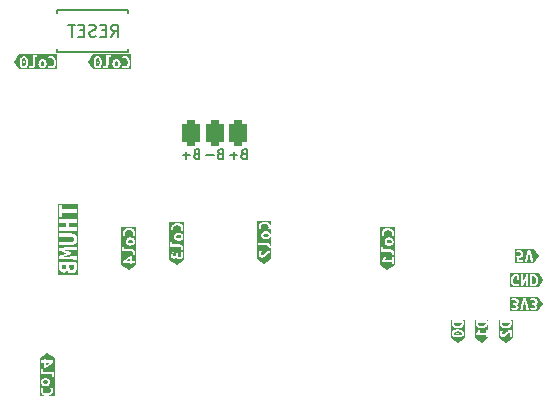
<source format=gbr>
%TF.GenerationSoftware,KiCad,Pcbnew,7.0.2*%
%TF.CreationDate,2024-09-11T13:33:12+02:00*%
%TF.ProjectId,mcu_holder,6d63755f-686f-46c6-9465-722e6b696361,rev?*%
%TF.SameCoordinates,Original*%
%TF.FileFunction,Legend,Bot*%
%TF.FilePolarity,Positive*%
%FSLAX46Y46*%
G04 Gerber Fmt 4.6, Leading zero omitted, Abs format (unit mm)*
G04 Created by KiCad (PCBNEW 7.0.2) date 2024-09-11 13:33:12*
%MOMM*%
%LPD*%
G01*
G04 APERTURE LIST*
G04 Aperture macros list*
%AMRoundRect*
0 Rectangle with rounded corners*
0 $1 Rounding radius*
0 $2 $3 $4 $5 $6 $7 $8 $9 X,Y pos of 4 corners*
0 Add a 4 corners polygon primitive as box body*
4,1,4,$2,$3,$4,$5,$6,$7,$8,$9,$2,$3,0*
0 Add four circle primitives for the rounded corners*
1,1,$1+$1,$2,$3*
1,1,$1+$1,$4,$5*
1,1,$1+$1,$6,$7*
1,1,$1+$1,$8,$9*
0 Add four rect primitives between the rounded corners*
20,1,$1+$1,$2,$3,$4,$5,0*
20,1,$1+$1,$4,$5,$6,$7,0*
20,1,$1+$1,$6,$7,$8,$9,0*
20,1,$1+$1,$8,$9,$2,$3,0*%
%AMFreePoly0*
4,1,6,0.500000,-0.750000,-0.650000,-0.750000,-0.150000,0.000000,-0.650000,0.750000,0.500000,0.750000,0.500000,-0.750000,0.500000,-0.750000,$1*%
%AMFreePoly1*
4,1,6,0.150000,0.000000,0.650000,-0.750000,-0.500000,-0.750000,-0.500000,0.750000,0.650000,0.750000,0.150000,0.000000,0.150000,0.000000,$1*%
%AMFreePoly2*
4,1,6,0.500000,-0.750000,-0.500000,-0.750000,-1.000000,0.000000,-0.500000,0.750000,0.500000,0.750000,0.500000,-0.750000,0.500000,-0.750000,$1*%
%AMFreePoly3*
4,1,6,1.000000,0.000000,0.500000,-0.750000,-0.500000,-0.750000,-0.500000,0.750000,0.500000,0.750000,1.000000,0.000000,1.000000,0.000000,$1*%
G04 Aperture macros list end*
%ADD10C,0.150000*%
%ADD11RoundRect,0.375000X-0.375000X-0.750000X0.375000X-0.750000X0.375000X0.750000X-0.375000X0.750000X0*%
%ADD12C,4.500000*%
%ADD13R,1.350000X1.350000*%
%ADD14O,1.350000X1.350000*%
%ADD15O,2.200000X3.500000*%
%ADD16R,1.500000X2.500000*%
%ADD17O,1.500000X2.500000*%
%ADD18C,2.000000*%
%ADD19FreePoly0,180.000000*%
%ADD20FreePoly1,180.000000*%
%ADD21FreePoly2,180.000000*%
%ADD22FreePoly3,180.000000*%
G04 APERTURE END LIST*
D10*
%TO.C,SW16*%
X103739381Y-39578619D02*
X104072714Y-39102428D01*
X104310809Y-39578619D02*
X104310809Y-38578619D01*
X104310809Y-38578619D02*
X103929857Y-38578619D01*
X103929857Y-38578619D02*
X103834619Y-38626238D01*
X103834619Y-38626238D02*
X103787000Y-38673857D01*
X103787000Y-38673857D02*
X103739381Y-38769095D01*
X103739381Y-38769095D02*
X103739381Y-38911952D01*
X103739381Y-38911952D02*
X103787000Y-39007190D01*
X103787000Y-39007190D02*
X103834619Y-39054809D01*
X103834619Y-39054809D02*
X103929857Y-39102428D01*
X103929857Y-39102428D02*
X104310809Y-39102428D01*
X103310809Y-39054809D02*
X102977476Y-39054809D01*
X102834619Y-39578619D02*
X103310809Y-39578619D01*
X103310809Y-39578619D02*
X103310809Y-38578619D01*
X103310809Y-38578619D02*
X102834619Y-38578619D01*
X102453666Y-39531000D02*
X102310809Y-39578619D01*
X102310809Y-39578619D02*
X102072714Y-39578619D01*
X102072714Y-39578619D02*
X101977476Y-39531000D01*
X101977476Y-39531000D02*
X101929857Y-39483380D01*
X101929857Y-39483380D02*
X101882238Y-39388142D01*
X101882238Y-39388142D02*
X101882238Y-39292904D01*
X101882238Y-39292904D02*
X101929857Y-39197666D01*
X101929857Y-39197666D02*
X101977476Y-39150047D01*
X101977476Y-39150047D02*
X102072714Y-39102428D01*
X102072714Y-39102428D02*
X102263190Y-39054809D01*
X102263190Y-39054809D02*
X102358428Y-39007190D01*
X102358428Y-39007190D02*
X102406047Y-38959571D01*
X102406047Y-38959571D02*
X102453666Y-38864333D01*
X102453666Y-38864333D02*
X102453666Y-38769095D01*
X102453666Y-38769095D02*
X102406047Y-38673857D01*
X102406047Y-38673857D02*
X102358428Y-38626238D01*
X102358428Y-38626238D02*
X102263190Y-38578619D01*
X102263190Y-38578619D02*
X102025095Y-38578619D01*
X102025095Y-38578619D02*
X101882238Y-38626238D01*
X101453666Y-39054809D02*
X101120333Y-39054809D01*
X100977476Y-39578619D02*
X101453666Y-39578619D01*
X101453666Y-39578619D02*
X101453666Y-38578619D01*
X101453666Y-38578619D02*
X100977476Y-38578619D01*
X100691761Y-38578619D02*
X100120333Y-38578619D01*
X100406047Y-39578619D02*
X100406047Y-38578619D01*
%TO.C,J7*%
X112960095Y-49503047D02*
X112845809Y-49541142D01*
X112845809Y-49541142D02*
X112807714Y-49579238D01*
X112807714Y-49579238D02*
X112769618Y-49655428D01*
X112769618Y-49655428D02*
X112769618Y-49769714D01*
X112769618Y-49769714D02*
X112807714Y-49845904D01*
X112807714Y-49845904D02*
X112845809Y-49884000D01*
X112845809Y-49884000D02*
X112921999Y-49922095D01*
X112921999Y-49922095D02*
X113226761Y-49922095D01*
X113226761Y-49922095D02*
X113226761Y-49122095D01*
X113226761Y-49122095D02*
X112960095Y-49122095D01*
X112960095Y-49122095D02*
X112883904Y-49160190D01*
X112883904Y-49160190D02*
X112845809Y-49198285D01*
X112845809Y-49198285D02*
X112807714Y-49274476D01*
X112807714Y-49274476D02*
X112807714Y-49350666D01*
X112807714Y-49350666D02*
X112845809Y-49426857D01*
X112845809Y-49426857D02*
X112883904Y-49464952D01*
X112883904Y-49464952D02*
X112960095Y-49503047D01*
X112960095Y-49503047D02*
X113226761Y-49503047D01*
X112426761Y-49617333D02*
X111817238Y-49617333D01*
X110960095Y-49503047D02*
X110845809Y-49541142D01*
X110845809Y-49541142D02*
X110807714Y-49579238D01*
X110807714Y-49579238D02*
X110769618Y-49655428D01*
X110769618Y-49655428D02*
X110769618Y-49769714D01*
X110769618Y-49769714D02*
X110807714Y-49845904D01*
X110807714Y-49845904D02*
X110845809Y-49884000D01*
X110845809Y-49884000D02*
X110921999Y-49922095D01*
X110921999Y-49922095D02*
X111226761Y-49922095D01*
X111226761Y-49922095D02*
X111226761Y-49122095D01*
X111226761Y-49122095D02*
X110960095Y-49122095D01*
X110960095Y-49122095D02*
X110883904Y-49160190D01*
X110883904Y-49160190D02*
X110845809Y-49198285D01*
X110845809Y-49198285D02*
X110807714Y-49274476D01*
X110807714Y-49274476D02*
X110807714Y-49350666D01*
X110807714Y-49350666D02*
X110845809Y-49426857D01*
X110845809Y-49426857D02*
X110883904Y-49464952D01*
X110883904Y-49464952D02*
X110960095Y-49503047D01*
X110960095Y-49503047D02*
X111226761Y-49503047D01*
X110426761Y-49617333D02*
X109817238Y-49617333D01*
X110121999Y-49922095D02*
X110121999Y-49312571D01*
X114960095Y-49503047D02*
X114845809Y-49541142D01*
X114845809Y-49541142D02*
X114807714Y-49579238D01*
X114807714Y-49579238D02*
X114769618Y-49655428D01*
X114769618Y-49655428D02*
X114769618Y-49769714D01*
X114769618Y-49769714D02*
X114807714Y-49845904D01*
X114807714Y-49845904D02*
X114845809Y-49884000D01*
X114845809Y-49884000D02*
X114921999Y-49922095D01*
X114921999Y-49922095D02*
X115226761Y-49922095D01*
X115226761Y-49922095D02*
X115226761Y-49122095D01*
X115226761Y-49122095D02*
X114960095Y-49122095D01*
X114960095Y-49122095D02*
X114883904Y-49160190D01*
X114883904Y-49160190D02*
X114845809Y-49198285D01*
X114845809Y-49198285D02*
X114807714Y-49274476D01*
X114807714Y-49274476D02*
X114807714Y-49350666D01*
X114807714Y-49350666D02*
X114845809Y-49426857D01*
X114845809Y-49426857D02*
X114883904Y-49464952D01*
X114883904Y-49464952D02*
X114960095Y-49503047D01*
X114960095Y-49503047D02*
X115226761Y-49503047D01*
X114426761Y-49617333D02*
X113817238Y-49617333D01*
X114121999Y-49922095D02*
X114121999Y-49312571D01*
%TO.C,kibuzzard-6399CB9D*%
G36*
X104263332Y-41655748D02*
G01*
X104311553Y-41701587D01*
X104340723Y-41772430D01*
X104350447Y-41862719D01*
X104341517Y-41953206D01*
X104314728Y-42024644D01*
X104268095Y-42071078D01*
X104199634Y-42086556D01*
X104132761Y-42071078D01*
X104084540Y-42024644D01*
X104055370Y-41953206D01*
X104045647Y-41862719D01*
X104054576Y-41772430D01*
X104081365Y-41701587D01*
X104127998Y-41655748D01*
X104196459Y-41640469D01*
X104263332Y-41655748D01*
G37*
G36*
X102680793Y-41419608D02*
G01*
X102732784Y-41485687D01*
X102756597Y-41553333D01*
X102770884Y-41638793D01*
X102775647Y-41742069D01*
X102770884Y-41846226D01*
X102756597Y-41932216D01*
X102732784Y-42000037D01*
X102680793Y-42066117D01*
X102610547Y-42088144D01*
X102608959Y-42087653D01*
X102539307Y-42066117D01*
X102487515Y-42000037D01*
X102464144Y-41932216D01*
X102450121Y-41846226D01*
X102445447Y-41742069D01*
X102446165Y-41726194D01*
X102521647Y-41726194D01*
X102546253Y-41800012D01*
X102608959Y-41830969D01*
X102674047Y-41800012D01*
X102697859Y-41726194D01*
X102674047Y-41651581D01*
X102608959Y-41619831D01*
X102546253Y-41651581D01*
X102521647Y-41726194D01*
X102446165Y-41726194D01*
X102450121Y-41638793D01*
X102464144Y-41553333D01*
X102487515Y-41485687D01*
X102539307Y-41419608D01*
X102610547Y-41397581D01*
X102680793Y-41419608D01*
G37*
G36*
X105411955Y-42322565D02*
G01*
X105345809Y-42322565D01*
X104918772Y-42322565D01*
X104196459Y-42322565D01*
X103278884Y-42322565D01*
X102610547Y-42322565D01*
X102269234Y-42322565D01*
X102203088Y-42322565D01*
X101816091Y-41742069D01*
X102269234Y-41742069D01*
X102274691Y-41863909D01*
X102291062Y-41969081D01*
X102318347Y-42057584D01*
X102356547Y-42129419D01*
X102423574Y-42199974D01*
X102508241Y-42242308D01*
X102610547Y-42256419D01*
X102712852Y-42242308D01*
X102789405Y-42204031D01*
X103059809Y-42204031D01*
X103081240Y-42215144D01*
X103124897Y-42231813D01*
X103190778Y-42246894D01*
X103278884Y-42253244D01*
X103395565Y-42233202D01*
X103475734Y-42173075D01*
X103522168Y-42074452D01*
X103537647Y-41938919D01*
X103537647Y-41861131D01*
X103845622Y-41861131D01*
X103851972Y-41945864D01*
X103871022Y-42022262D01*
X103901581Y-42089533D01*
X103942459Y-42146881D01*
X103993061Y-42193316D01*
X104052790Y-42227844D01*
X104120854Y-42249275D01*
X104196459Y-42256419D01*
X104272064Y-42249275D01*
X104340128Y-42227844D01*
X104400056Y-42193316D01*
X104405745Y-42188156D01*
X104644134Y-42188156D01*
X104756053Y-42234988D01*
X104832054Y-42251061D01*
X104918772Y-42256419D01*
X105046477Y-42241602D01*
X105152310Y-42197152D01*
X105236272Y-42123069D01*
X105284194Y-42049349D01*
X105318425Y-41961541D01*
X105338963Y-41859643D01*
X105345809Y-41743656D01*
X105337475Y-41628166D01*
X105312472Y-41526169D01*
X105272586Y-41438261D01*
X105219603Y-41365037D01*
X105154515Y-41307094D01*
X105078315Y-41265025D01*
X104992789Y-41239427D01*
X104899722Y-41230894D01*
X104805265Y-41239625D01*
X104731447Y-41259469D01*
X104678265Y-41283281D01*
X104645722Y-41302331D01*
X104696522Y-41457906D01*
X104784628Y-41417425D01*
X104902897Y-41400756D01*
X104992590Y-41417425D01*
X105070378Y-41472987D01*
X105125940Y-41576969D01*
X105142014Y-41649994D01*
X105147372Y-41738894D01*
X105140933Y-41842346D01*
X105121619Y-41928335D01*
X105089428Y-41996862D01*
X105013029Y-42064133D01*
X104899722Y-42086556D01*
X104773515Y-42069094D01*
X104693347Y-42034169D01*
X104644134Y-42188156D01*
X104405745Y-42188156D01*
X104451253Y-42146881D01*
X104492726Y-42089533D01*
X104523484Y-42022262D01*
X104542534Y-41945864D01*
X104548884Y-41861131D01*
X104542336Y-41777589D01*
X104522690Y-41701587D01*
X104491337Y-41634516D01*
X104449665Y-41577762D01*
X104398270Y-41532122D01*
X104337747Y-41498387D01*
X104269881Y-41477552D01*
X104196459Y-41470606D01*
X104122045Y-41477552D01*
X104054378Y-41498387D01*
X103994450Y-41532122D01*
X103943253Y-41577762D01*
X103901779Y-41634516D01*
X103871022Y-41701587D01*
X103851972Y-41777589D01*
X103845622Y-41861131D01*
X103537647Y-41861131D01*
X103537647Y-41305506D01*
X103744022Y-41305506D01*
X103744022Y-41143581D01*
X103342384Y-41143581D01*
X103342384Y-41953206D01*
X103312222Y-42056394D01*
X103236022Y-42083381D01*
X103137597Y-42067506D01*
X103085209Y-42046869D01*
X103059809Y-42204031D01*
X102789405Y-42204031D01*
X102797519Y-42199974D01*
X102864547Y-42129419D01*
X102902746Y-42057584D01*
X102930031Y-41969081D01*
X102946402Y-41863909D01*
X102951859Y-41742069D01*
X102946303Y-41621617D01*
X102929634Y-41517437D01*
X102901853Y-41429530D01*
X102862959Y-41357894D01*
X102795402Y-41287338D01*
X102711265Y-41245005D01*
X102610547Y-41230894D01*
X102508241Y-41244917D01*
X102423574Y-41286985D01*
X102356547Y-41357100D01*
X102318347Y-41428488D01*
X102291062Y-41516445D01*
X102274691Y-41620972D01*
X102269234Y-41742069D01*
X101816091Y-41742069D01*
X101788045Y-41700000D01*
X102203088Y-41077435D01*
X102269234Y-41077435D01*
X105345809Y-41077435D01*
X105411955Y-41077435D01*
X105411955Y-42322565D01*
G37*
G36*
X98013332Y-41655748D02*
G01*
X98061553Y-41701587D01*
X98090723Y-41772430D01*
X98100447Y-41862719D01*
X98091517Y-41953206D01*
X98064728Y-42024644D01*
X98018095Y-42071078D01*
X97949634Y-42086556D01*
X97882761Y-42071078D01*
X97834540Y-42024644D01*
X97805370Y-41953206D01*
X97795647Y-41862719D01*
X97804576Y-41772430D01*
X97831365Y-41701587D01*
X97877998Y-41655748D01*
X97946459Y-41640469D01*
X98013332Y-41655748D01*
G37*
G36*
X96430793Y-41419608D02*
G01*
X96482784Y-41485687D01*
X96506597Y-41553333D01*
X96520884Y-41638793D01*
X96525647Y-41742069D01*
X96520884Y-41846226D01*
X96506597Y-41932216D01*
X96482784Y-42000037D01*
X96430793Y-42066117D01*
X96360547Y-42088144D01*
X96358959Y-42087653D01*
X96289307Y-42066117D01*
X96237515Y-42000037D01*
X96214144Y-41932216D01*
X96200121Y-41846226D01*
X96195447Y-41742069D01*
X96196165Y-41726194D01*
X96271647Y-41726194D01*
X96296253Y-41800012D01*
X96358959Y-41830969D01*
X96424047Y-41800012D01*
X96447859Y-41726194D01*
X96424047Y-41651581D01*
X96358959Y-41619831D01*
X96296253Y-41651581D01*
X96271647Y-41726194D01*
X96196165Y-41726194D01*
X96200121Y-41638793D01*
X96214144Y-41553333D01*
X96237515Y-41485687D01*
X96289307Y-41419608D01*
X96360547Y-41397581D01*
X96430793Y-41419608D01*
G37*
G36*
X99161955Y-42322565D02*
G01*
X99095809Y-42322565D01*
X98668772Y-42322565D01*
X97946459Y-42322565D01*
X97028884Y-42322565D01*
X96360547Y-42322565D01*
X96019234Y-42322565D01*
X95953088Y-42322565D01*
X95566091Y-41742069D01*
X96019234Y-41742069D01*
X96024691Y-41863909D01*
X96041062Y-41969081D01*
X96068347Y-42057584D01*
X96106547Y-42129419D01*
X96173574Y-42199974D01*
X96258241Y-42242308D01*
X96360547Y-42256419D01*
X96462852Y-42242308D01*
X96539405Y-42204031D01*
X96809809Y-42204031D01*
X96831240Y-42215144D01*
X96874897Y-42231813D01*
X96940778Y-42246894D01*
X97028884Y-42253244D01*
X97145565Y-42233202D01*
X97225734Y-42173075D01*
X97272168Y-42074452D01*
X97287647Y-41938919D01*
X97287647Y-41861131D01*
X97595622Y-41861131D01*
X97601972Y-41945864D01*
X97621022Y-42022262D01*
X97651581Y-42089533D01*
X97692459Y-42146881D01*
X97743061Y-42193316D01*
X97802790Y-42227844D01*
X97870854Y-42249275D01*
X97946459Y-42256419D01*
X98022064Y-42249275D01*
X98090128Y-42227844D01*
X98150056Y-42193316D01*
X98155745Y-42188156D01*
X98394134Y-42188156D01*
X98506053Y-42234988D01*
X98582054Y-42251061D01*
X98668772Y-42256419D01*
X98796477Y-42241602D01*
X98902310Y-42197152D01*
X98986272Y-42123069D01*
X99034194Y-42049349D01*
X99068425Y-41961541D01*
X99088963Y-41859643D01*
X99095809Y-41743656D01*
X99087475Y-41628166D01*
X99062472Y-41526169D01*
X99022586Y-41438261D01*
X98969603Y-41365037D01*
X98904515Y-41307094D01*
X98828315Y-41265025D01*
X98742789Y-41239427D01*
X98649722Y-41230894D01*
X98555265Y-41239625D01*
X98481447Y-41259469D01*
X98428265Y-41283281D01*
X98395722Y-41302331D01*
X98446522Y-41457906D01*
X98534628Y-41417425D01*
X98652897Y-41400756D01*
X98742590Y-41417425D01*
X98820378Y-41472987D01*
X98875940Y-41576969D01*
X98892014Y-41649994D01*
X98897372Y-41738894D01*
X98890933Y-41842346D01*
X98871619Y-41928335D01*
X98839428Y-41996862D01*
X98763029Y-42064133D01*
X98649722Y-42086556D01*
X98523515Y-42069094D01*
X98443347Y-42034169D01*
X98394134Y-42188156D01*
X98155745Y-42188156D01*
X98201253Y-42146881D01*
X98242726Y-42089533D01*
X98273484Y-42022262D01*
X98292534Y-41945864D01*
X98298884Y-41861131D01*
X98292336Y-41777589D01*
X98272690Y-41701587D01*
X98241337Y-41634516D01*
X98199665Y-41577762D01*
X98148270Y-41532122D01*
X98087747Y-41498387D01*
X98019881Y-41477552D01*
X97946459Y-41470606D01*
X97872045Y-41477552D01*
X97804378Y-41498387D01*
X97744450Y-41532122D01*
X97693253Y-41577762D01*
X97651779Y-41634516D01*
X97621022Y-41701587D01*
X97601972Y-41777589D01*
X97595622Y-41861131D01*
X97287647Y-41861131D01*
X97287647Y-41305506D01*
X97494022Y-41305506D01*
X97494022Y-41143581D01*
X97092384Y-41143581D01*
X97092384Y-41953206D01*
X97062222Y-42056394D01*
X96986022Y-42083381D01*
X96887597Y-42067506D01*
X96835209Y-42046869D01*
X96809809Y-42204031D01*
X96539405Y-42204031D01*
X96547519Y-42199974D01*
X96614547Y-42129419D01*
X96652746Y-42057584D01*
X96680031Y-41969081D01*
X96696402Y-41863909D01*
X96701859Y-41742069D01*
X96696303Y-41621617D01*
X96679634Y-41517437D01*
X96651853Y-41429530D01*
X96612959Y-41357894D01*
X96545402Y-41287338D01*
X96461265Y-41245005D01*
X96360547Y-41230894D01*
X96258241Y-41244917D01*
X96173574Y-41286985D01*
X96106547Y-41357100D01*
X96068347Y-41428488D01*
X96041062Y-41516445D01*
X96024691Y-41620972D01*
X96019234Y-41742069D01*
X95566091Y-41742069D01*
X95538045Y-41700000D01*
X95953088Y-41077435D01*
X96019234Y-41077435D01*
X99095809Y-41077435D01*
X99161955Y-41077435D01*
X99161955Y-42322565D01*
G37*
%TO.C,kibuzzard-6399CC4D*%
G36*
X100591728Y-59007428D02*
G01*
X100594109Y-59080056D01*
X100585775Y-59177688D01*
X100554819Y-59262222D01*
X100490525Y-59322944D01*
X100384559Y-59346756D01*
X100230969Y-59278891D01*
X100184534Y-59096725D01*
X100184534Y-58939562D01*
X100584584Y-58939562D01*
X100591728Y-59007428D01*
G37*
G36*
X99941647Y-59053862D02*
G01*
X99892831Y-59222931D01*
X99758291Y-59280081D01*
X99673756Y-59263412D01*
X99623750Y-59218169D01*
X99599938Y-59151494D01*
X99593984Y-59072912D01*
X99596366Y-59003856D01*
X99603509Y-58939562D01*
X99941647Y-58939562D01*
X99941647Y-59053862D01*
G37*
G36*
X100960028Y-56029675D02*
G01*
X100960028Y-56727381D01*
X100960028Y-58463313D01*
X100960028Y-59056244D01*
X100960028Y-59634888D01*
X100960028Y-59734106D01*
X99239972Y-59734106D01*
X99239972Y-59634888D01*
X99239972Y-59027669D01*
X99339191Y-59027669D01*
X99347823Y-59178878D01*
X99373719Y-59299131D01*
X99464206Y-59463437D01*
X99589222Y-59544400D01*
X99727334Y-59565831D01*
X99826156Y-59553032D01*
X99913072Y-59514634D01*
X100041659Y-59377713D01*
X100105953Y-59503621D01*
X100189297Y-59581309D01*
X100284547Y-59621493D01*
X100384559Y-59634888D01*
X100506896Y-59623577D01*
X100607206Y-59589644D01*
X100750081Y-59467009D01*
X100795920Y-59382475D01*
X100826281Y-59283653D01*
X100843248Y-59173818D01*
X100848903Y-59056244D01*
X100846224Y-58956827D01*
X100838188Y-58853838D01*
X100824793Y-58749658D01*
X100806041Y-58646669D01*
X99374909Y-58646669D01*
X99349906Y-58830025D01*
X99339191Y-59027669D01*
X99239972Y-59027669D01*
X99239972Y-58375206D01*
X99355859Y-58375206D01*
X99546359Y-58391577D01*
X99732097Y-58407353D01*
X99914560Y-58421641D01*
X100095238Y-58433547D01*
X100275617Y-58443370D01*
X100457188Y-58451406D01*
X100641437Y-58457955D01*
X100829853Y-58463313D01*
X100829853Y-58194231D01*
X99684472Y-58208519D01*
X100308359Y-58027544D01*
X100308359Y-57813231D01*
X99684472Y-57639400D01*
X100829853Y-57651306D01*
X100829853Y-57382225D01*
X100645306Y-57389666D01*
X100453616Y-57397703D01*
X100258948Y-57406335D01*
X100065472Y-57415562D01*
X99875567Y-57425980D01*
X99691616Y-57438184D01*
X99517189Y-57452174D01*
X99355859Y-57467950D01*
X99355859Y-57710837D01*
X99484447Y-57752509D01*
X99653516Y-57806087D01*
X99836872Y-57863237D01*
X100008322Y-57918006D01*
X99826156Y-57977537D01*
X99645181Y-58037069D01*
X99482066Y-58089456D01*
X99355859Y-58132319D01*
X99355859Y-58375206D01*
X99239972Y-58375206D01*
X99239972Y-57234587D01*
X99355859Y-57234587D01*
X100296453Y-57234587D01*
X100419088Y-57228634D01*
X100529816Y-57210775D01*
X100626852Y-57178033D01*
X100708409Y-57127431D01*
X100773596Y-57058375D01*
X100821519Y-56970269D01*
X100850987Y-56860731D01*
X100860809Y-56727381D01*
X100850987Y-56596115D01*
X100821519Y-56488066D01*
X100708409Y-56334475D01*
X100626852Y-56285659D01*
X100529816Y-56253512D01*
X100419088Y-56235653D01*
X100296453Y-56229700D01*
X99355859Y-56229700D01*
X99355859Y-56524975D01*
X100277403Y-56524975D01*
X100433375Y-56534500D01*
X100534578Y-56566647D01*
X100589347Y-56629750D01*
X100606016Y-56732144D01*
X100589347Y-56834537D01*
X100533388Y-56898831D01*
X100430994Y-56932169D01*
X100275022Y-56941694D01*
X99355859Y-56941694D01*
X99355859Y-57234587D01*
X99239972Y-57234587D01*
X99239972Y-56029675D01*
X99355859Y-56029675D01*
X100829853Y-56029675D01*
X100829853Y-55736781D01*
X100179772Y-55736781D01*
X100179772Y-55346256D01*
X100829853Y-55346256D01*
X100829853Y-55053362D01*
X99355859Y-55053362D01*
X99355859Y-55346256D01*
X99936884Y-55346256D01*
X99936884Y-55736781D01*
X99355859Y-55736781D01*
X99355859Y-56029675D01*
X99239972Y-56029675D01*
X99239972Y-54886675D01*
X99355859Y-54886675D01*
X99598747Y-54886675D01*
X99598747Y-54498531D01*
X100829853Y-54498531D01*
X100829853Y-54203256D01*
X99598747Y-54203256D01*
X99598747Y-53815112D01*
X99355859Y-53815112D01*
X99355859Y-54886675D01*
X99239972Y-54886675D01*
X99239972Y-53815112D01*
X99239972Y-53715894D01*
X100960028Y-53715894D01*
X100960028Y-53815112D01*
X100960028Y-54498531D01*
X100960028Y-56029675D01*
G37*
%TO.C,kibuzzard-6399CBDB*%
G36*
X105368669Y-58562078D02*
G01*
X105022594Y-58562078D01*
X105100381Y-58503341D01*
X105186900Y-58443810D01*
X105278181Y-58387453D01*
X105368669Y-58339828D01*
X105368669Y-58562078D01*
G37*
G36*
X105478206Y-56775546D02*
G01*
X105549644Y-56802335D01*
X105596078Y-56848968D01*
X105611556Y-56917428D01*
X105596078Y-56984302D01*
X105549644Y-57032522D01*
X105478206Y-57061693D01*
X105387719Y-57071416D01*
X105297430Y-57062486D01*
X105226587Y-57035697D01*
X105180748Y-56989064D01*
X105165469Y-56920603D01*
X105180748Y-56853730D01*
X105226587Y-56805510D01*
X105297430Y-56776339D01*
X105387719Y-56766616D01*
X105478206Y-56775546D01*
G37*
G36*
X105847565Y-56920603D02*
G01*
X105847565Y-57838178D01*
X105847565Y-58757341D01*
X105847565Y-58863703D01*
X105847565Y-58929849D01*
X105225000Y-59344892D01*
X104602435Y-58929849D01*
X104602435Y-58863703D01*
X104602435Y-58757341D01*
X104778119Y-58757341D01*
X105368669Y-58757341D01*
X105368669Y-58863703D01*
X105529006Y-58863703D01*
X105529006Y-58757341D01*
X105760781Y-58757341D01*
X105760781Y-58562078D01*
X105529006Y-58562078D01*
X105529006Y-58152503D01*
X105386131Y-58152503D01*
X105320052Y-58187032D01*
X105245637Y-58230291D01*
X105166064Y-58280297D01*
X105084506Y-58335066D01*
X105002552Y-58393803D01*
X104921787Y-58455716D01*
X104845786Y-58519216D01*
X104778119Y-58582716D01*
X104778119Y-58757341D01*
X104602435Y-58757341D01*
X104602435Y-57774678D01*
X104668581Y-57774678D01*
X105478206Y-57774678D01*
X105581394Y-57804841D01*
X105608381Y-57881041D01*
X105592506Y-57979466D01*
X105571869Y-58031853D01*
X105729031Y-58057253D01*
X105740144Y-58035822D01*
X105756813Y-57992166D01*
X105771894Y-57926285D01*
X105778244Y-57838178D01*
X105758202Y-57721497D01*
X105698075Y-57641328D01*
X105599452Y-57594894D01*
X105463919Y-57579416D01*
X104830506Y-57579416D01*
X104830506Y-57373041D01*
X104668581Y-57373041D01*
X104668581Y-57774678D01*
X104602435Y-57774678D01*
X104602435Y-56920603D01*
X104995606Y-56920603D01*
X105002552Y-56995018D01*
X105023387Y-57062685D01*
X105057122Y-57122613D01*
X105102762Y-57173810D01*
X105159516Y-57215283D01*
X105226587Y-57246041D01*
X105302589Y-57265091D01*
X105386131Y-57271441D01*
X105470864Y-57265091D01*
X105547262Y-57246041D01*
X105614533Y-57215482D01*
X105671881Y-57174603D01*
X105718316Y-57124002D01*
X105752844Y-57064272D01*
X105774275Y-56996208D01*
X105781419Y-56920603D01*
X105774275Y-56844999D01*
X105752844Y-56776935D01*
X105718316Y-56717007D01*
X105671881Y-56665810D01*
X105614533Y-56624336D01*
X105547262Y-56593578D01*
X105470864Y-56574528D01*
X105386131Y-56568178D01*
X105302589Y-56574727D01*
X105226587Y-56594372D01*
X105159516Y-56625725D01*
X105102762Y-56667397D01*
X105057122Y-56718793D01*
X105023387Y-56779316D01*
X105002552Y-56847182D01*
X104995606Y-56920603D01*
X104602435Y-56920603D01*
X104602435Y-56217341D01*
X104755894Y-56217341D01*
X104764625Y-56311797D01*
X104784469Y-56385616D01*
X104808281Y-56438797D01*
X104827331Y-56471341D01*
X104982906Y-56420541D01*
X104942425Y-56332435D01*
X104925756Y-56214166D01*
X104942425Y-56124472D01*
X104997987Y-56046685D01*
X105101969Y-55991122D01*
X105174994Y-55975049D01*
X105263894Y-55969691D01*
X105367346Y-55976129D01*
X105453335Y-55995444D01*
X105521862Y-56027635D01*
X105589133Y-56104033D01*
X105611556Y-56217341D01*
X105594094Y-56343547D01*
X105559169Y-56423716D01*
X105713156Y-56472928D01*
X105759988Y-56361010D01*
X105776061Y-56285008D01*
X105781419Y-56198291D01*
X105766602Y-56070585D01*
X105722152Y-55964752D01*
X105648069Y-55880791D01*
X105574349Y-55832868D01*
X105486541Y-55798638D01*
X105384643Y-55778100D01*
X105268656Y-55771253D01*
X105153166Y-55779588D01*
X105051169Y-55804591D01*
X104963261Y-55844477D01*
X104890037Y-55897460D01*
X104832094Y-55962547D01*
X104790025Y-56038747D01*
X104764427Y-56124274D01*
X104755894Y-56217341D01*
X104602435Y-56217341D01*
X104602435Y-55771253D01*
X104602435Y-55705108D01*
X105847565Y-55705108D01*
X105847565Y-55771253D01*
X105847565Y-56198291D01*
X105847565Y-56920603D01*
G37*
%TO.C,kibuzzard-6399CBBA*%
G36*
X127378206Y-56788246D02*
G01*
X127449644Y-56815035D01*
X127496078Y-56861668D01*
X127511556Y-56930128D01*
X127496078Y-56997002D01*
X127449644Y-57045222D01*
X127378206Y-57074393D01*
X127287719Y-57084116D01*
X127197430Y-57075186D01*
X127126587Y-57048397D01*
X127080748Y-57001764D01*
X127065469Y-56933303D01*
X127080748Y-56866430D01*
X127126587Y-56818210D01*
X127197430Y-56789039D01*
X127287719Y-56779316D01*
X127378206Y-56788246D01*
G37*
G36*
X127747565Y-56933303D02*
G01*
X127747565Y-57850878D01*
X127747565Y-58851003D01*
X127747565Y-58917149D01*
X127125000Y-59332192D01*
X126502435Y-58917149D01*
X126502435Y-58851003D01*
X126502435Y-58655741D01*
X126678119Y-58655741D01*
X127498856Y-58655741D01*
X127498856Y-58851003D01*
X127660781Y-58851003D01*
X127660781Y-58254103D01*
X127498856Y-58254103D01*
X127498856Y-58460478D01*
X126949581Y-58460478D01*
X127005937Y-58358878D01*
X127044831Y-58262041D01*
X126882906Y-58198541D01*
X126846394Y-58281091D01*
X126797181Y-58369991D01*
X126740031Y-58454128D01*
X126678119Y-58522391D01*
X126678119Y-58655741D01*
X126502435Y-58655741D01*
X126502435Y-57787378D01*
X126568581Y-57787378D01*
X127378206Y-57787378D01*
X127481394Y-57817541D01*
X127508381Y-57893741D01*
X127492506Y-57992166D01*
X127471869Y-58044553D01*
X127629031Y-58069953D01*
X127640144Y-58048522D01*
X127656813Y-58004866D01*
X127671894Y-57938985D01*
X127678244Y-57850878D01*
X127658202Y-57734197D01*
X127598075Y-57654028D01*
X127499452Y-57607594D01*
X127363919Y-57592116D01*
X126730506Y-57592116D01*
X126730506Y-57385741D01*
X126568581Y-57385741D01*
X126568581Y-57787378D01*
X126502435Y-57787378D01*
X126502435Y-56933303D01*
X126895606Y-56933303D01*
X126902552Y-57007718D01*
X126923387Y-57075385D01*
X126957122Y-57135313D01*
X127002762Y-57186510D01*
X127059516Y-57227983D01*
X127126587Y-57258741D01*
X127202589Y-57277791D01*
X127286131Y-57284141D01*
X127370864Y-57277791D01*
X127447262Y-57258741D01*
X127514533Y-57228182D01*
X127571881Y-57187303D01*
X127618316Y-57136702D01*
X127652844Y-57076972D01*
X127674275Y-57008908D01*
X127681419Y-56933303D01*
X127674275Y-56857699D01*
X127652844Y-56789635D01*
X127618316Y-56729707D01*
X127571881Y-56678510D01*
X127514533Y-56637036D01*
X127447262Y-56606278D01*
X127370864Y-56587228D01*
X127286131Y-56580878D01*
X127202589Y-56587427D01*
X127126587Y-56607072D01*
X127059516Y-56638425D01*
X127002762Y-56680097D01*
X126957122Y-56731493D01*
X126923387Y-56792016D01*
X126902552Y-56859882D01*
X126895606Y-56933303D01*
X126502435Y-56933303D01*
X126502435Y-56230041D01*
X126655894Y-56230041D01*
X126664625Y-56324497D01*
X126684469Y-56398316D01*
X126708281Y-56451497D01*
X126727331Y-56484041D01*
X126882906Y-56433241D01*
X126842425Y-56345135D01*
X126825756Y-56226866D01*
X126842425Y-56137172D01*
X126897987Y-56059385D01*
X127001969Y-56003822D01*
X127074994Y-55987749D01*
X127163894Y-55982391D01*
X127267346Y-55988829D01*
X127353335Y-56008144D01*
X127421862Y-56040335D01*
X127489133Y-56116733D01*
X127511556Y-56230041D01*
X127494094Y-56356247D01*
X127459169Y-56436416D01*
X127613156Y-56485628D01*
X127659988Y-56373710D01*
X127676061Y-56297708D01*
X127681419Y-56210991D01*
X127666602Y-56083285D01*
X127622152Y-55977452D01*
X127548069Y-55893491D01*
X127474349Y-55845568D01*
X127386541Y-55811338D01*
X127284643Y-55790800D01*
X127168656Y-55783953D01*
X127053166Y-55792288D01*
X126951169Y-55817291D01*
X126863261Y-55857177D01*
X126790037Y-55910160D01*
X126732094Y-55975247D01*
X126690025Y-56051447D01*
X126664427Y-56136974D01*
X126655894Y-56230041D01*
X126502435Y-56230041D01*
X126502435Y-55783953D01*
X126502435Y-55717808D01*
X127747565Y-55717808D01*
X127747565Y-55783953D01*
X127747565Y-56210991D01*
X127747565Y-56933303D01*
G37*
%TO.C,kibuzzard-6399CBC9*%
G36*
X116953206Y-56260864D02*
G01*
X117024644Y-56287653D01*
X117071078Y-56334286D01*
X117086556Y-56402747D01*
X117071078Y-56469621D01*
X117024644Y-56517841D01*
X116953206Y-56547011D01*
X116862719Y-56556735D01*
X116772430Y-56547805D01*
X116701587Y-56521016D01*
X116655748Y-56474383D01*
X116640469Y-56405922D01*
X116655748Y-56339049D01*
X116701587Y-56290828D01*
X116772430Y-56261658D01*
X116862719Y-56251935D01*
X116953206Y-56260864D01*
G37*
G36*
X117322565Y-56405922D02*
G01*
X117322565Y-57323497D01*
X117322565Y-58328385D01*
X117322565Y-58394531D01*
X116700000Y-58809574D01*
X116077435Y-58394531D01*
X116077435Y-58328385D01*
X116077435Y-57975960D01*
X116230894Y-57975960D01*
X116248356Y-58091847D01*
X116300744Y-58190272D01*
X116388850Y-58258535D01*
X116511881Y-58283935D01*
X116609512Y-58264885D01*
X116700794Y-58214085D01*
X116786519Y-58142647D01*
X116865894Y-58061685D01*
X116911137Y-58014060D01*
X116965113Y-57963260D01*
X117021469Y-57922778D01*
X117073856Y-57906110D01*
X117073856Y-58328385D01*
X117235781Y-58328385D01*
X117235781Y-57687035D01*
X117196094Y-57683066D01*
X117162756Y-57683860D01*
X117086556Y-57691202D01*
X117016706Y-57713228D01*
X116952611Y-57746566D01*
X116893675Y-57787841D01*
X116839303Y-57834672D01*
X116788900Y-57884678D01*
X116741473Y-57934685D01*
X116696031Y-57981516D01*
X116610306Y-58056128D01*
X116526169Y-58085497D01*
X116433300Y-58048985D01*
X116400756Y-57956910D01*
X116422981Y-57860072D01*
X116497594Y-57760060D01*
X116361069Y-57663222D01*
X116303125Y-57731683D01*
X116262644Y-57810066D01*
X116238831Y-57893211D01*
X116230894Y-57975960D01*
X116077435Y-57975960D01*
X116077435Y-57259997D01*
X116143581Y-57259997D01*
X116953206Y-57259997D01*
X117056394Y-57290160D01*
X117083381Y-57366360D01*
X117067506Y-57464785D01*
X117046869Y-57517172D01*
X117204031Y-57542572D01*
X117215144Y-57521141D01*
X117231813Y-57477485D01*
X117246894Y-57411603D01*
X117253244Y-57323497D01*
X117233202Y-57206816D01*
X117173075Y-57126647D01*
X117074452Y-57080213D01*
X116938919Y-57064735D01*
X116305506Y-57064735D01*
X116305506Y-56858360D01*
X116143581Y-56858360D01*
X116143581Y-57259997D01*
X116077435Y-57259997D01*
X116077435Y-56405922D01*
X116470606Y-56405922D01*
X116477552Y-56480336D01*
X116498387Y-56548003D01*
X116532122Y-56607932D01*
X116577762Y-56659128D01*
X116634516Y-56700602D01*
X116701587Y-56731360D01*
X116777589Y-56750410D01*
X116861131Y-56756760D01*
X116945864Y-56750410D01*
X117022262Y-56731360D01*
X117089533Y-56700800D01*
X117146881Y-56659922D01*
X117193316Y-56609321D01*
X117227844Y-56549591D01*
X117249275Y-56481527D01*
X117256419Y-56405922D01*
X117249275Y-56330318D01*
X117227844Y-56262253D01*
X117193316Y-56202325D01*
X117146881Y-56151128D01*
X117089533Y-56109655D01*
X117022262Y-56078897D01*
X116945864Y-56059847D01*
X116861131Y-56053497D01*
X116777589Y-56060046D01*
X116701587Y-56079691D01*
X116634516Y-56111044D01*
X116577762Y-56152716D01*
X116532122Y-56204111D01*
X116498387Y-56264635D01*
X116477552Y-56332500D01*
X116470606Y-56405922D01*
X116077435Y-56405922D01*
X116077435Y-55702660D01*
X116230894Y-55702660D01*
X116239625Y-55797116D01*
X116259469Y-55870935D01*
X116283281Y-55924116D01*
X116302331Y-55956660D01*
X116457906Y-55905860D01*
X116417425Y-55817753D01*
X116400756Y-55699485D01*
X116417425Y-55609791D01*
X116472987Y-55532003D01*
X116576969Y-55476441D01*
X116649994Y-55460368D01*
X116738894Y-55455010D01*
X116842346Y-55461448D01*
X116928335Y-55480762D01*
X116996862Y-55512953D01*
X117064133Y-55589352D01*
X117086556Y-55702660D01*
X117069094Y-55828866D01*
X117034169Y-55909035D01*
X117188156Y-55958247D01*
X117234988Y-55846328D01*
X117251061Y-55770327D01*
X117256419Y-55683610D01*
X117241602Y-55555904D01*
X117197152Y-55450071D01*
X117123069Y-55366110D01*
X117049349Y-55318187D01*
X116961541Y-55283957D01*
X116859643Y-55263418D01*
X116743656Y-55256572D01*
X116628166Y-55264907D01*
X116526169Y-55289910D01*
X116438261Y-55329796D01*
X116365037Y-55382778D01*
X116307094Y-55447866D01*
X116265025Y-55524066D01*
X116239427Y-55609593D01*
X116230894Y-55702660D01*
X116077435Y-55702660D01*
X116077435Y-55256572D01*
X116077435Y-55190426D01*
X117322565Y-55190426D01*
X117322565Y-55256572D01*
X117322565Y-55683610D01*
X117322565Y-56405922D01*
G37*
%TO.C,kibuzzard-6399CBD2*%
G36*
X109553206Y-56369596D02*
G01*
X109624644Y-56396385D01*
X109671078Y-56443018D01*
X109686556Y-56511478D01*
X109671078Y-56578352D01*
X109624644Y-56626572D01*
X109553206Y-56655743D01*
X109462719Y-56665466D01*
X109372430Y-56656536D01*
X109301587Y-56629747D01*
X109255748Y-56583114D01*
X109240469Y-56514653D01*
X109255748Y-56447780D01*
X109301587Y-56399560D01*
X109372430Y-56370389D01*
X109462719Y-56360666D01*
X109553206Y-56369596D01*
G37*
G36*
X109922565Y-56514653D02*
G01*
X109922565Y-57432228D01*
X109922565Y-58041828D01*
X109922565Y-58419653D01*
X109922565Y-58485799D01*
X109300000Y-58900842D01*
X108677435Y-58485799D01*
X108677435Y-58419653D01*
X108677435Y-58059291D01*
X108830894Y-58059291D01*
X108836053Y-58136483D01*
X108851531Y-58202960D01*
X108909475Y-58303766D01*
X108997581Y-58362503D01*
X109107119Y-58381553D01*
X109219831Y-58348216D01*
X109302381Y-58259316D01*
X109341672Y-58326983D01*
X109396044Y-58377585D01*
X109463909Y-58409136D01*
X109543681Y-58419653D01*
X109669094Y-58397428D01*
X109768313Y-58329166D01*
X109805619Y-58276778D01*
X109833400Y-58211691D01*
X109850664Y-58133507D01*
X109856419Y-58041828D01*
X109850863Y-57964835D01*
X109837369Y-57887047D01*
X109819906Y-57817991D01*
X109802444Y-57768778D01*
X109638931Y-57806878D01*
X109672269Y-57901335D01*
X109685366Y-57965033D01*
X109689731Y-58040241D01*
X109679016Y-58125371D01*
X109646869Y-58180735D01*
X109540506Y-58221216D01*
X109474427Y-58205738D01*
X109431762Y-58159303D01*
X109408545Y-58089057D01*
X109400806Y-58002141D01*
X109400806Y-57941816D01*
X109238881Y-57941816D01*
X109238881Y-58014841D01*
X109232531Y-58075166D01*
X109211894Y-58129141D01*
X109173794Y-58168035D01*
X109113469Y-58183116D01*
X109028537Y-58150572D01*
X108997581Y-58060878D01*
X109015837Y-57950547D01*
X109061081Y-57856091D01*
X108918206Y-57786241D01*
X108860262Y-57899747D01*
X108838236Y-57974955D01*
X108830894Y-58059291D01*
X108677435Y-58059291D01*
X108677435Y-57368728D01*
X108743581Y-57368728D01*
X109553206Y-57368728D01*
X109656394Y-57398891D01*
X109683381Y-57475091D01*
X109667506Y-57573516D01*
X109646869Y-57625903D01*
X109804031Y-57651303D01*
X109815144Y-57629872D01*
X109831813Y-57586216D01*
X109846894Y-57520335D01*
X109853244Y-57432228D01*
X109833202Y-57315547D01*
X109773075Y-57235378D01*
X109674452Y-57188944D01*
X109538919Y-57173466D01*
X108905506Y-57173466D01*
X108905506Y-56967091D01*
X108743581Y-56967091D01*
X108743581Y-57368728D01*
X108677435Y-57368728D01*
X108677435Y-56514653D01*
X109070606Y-56514653D01*
X109077552Y-56589068D01*
X109098387Y-56656735D01*
X109132122Y-56716663D01*
X109177762Y-56767860D01*
X109234516Y-56809333D01*
X109301587Y-56840091D01*
X109377589Y-56859141D01*
X109461131Y-56865491D01*
X109545864Y-56859141D01*
X109622262Y-56840091D01*
X109689533Y-56809532D01*
X109746881Y-56768653D01*
X109793316Y-56718052D01*
X109827844Y-56658322D01*
X109849275Y-56590258D01*
X109856419Y-56514653D01*
X109849275Y-56439049D01*
X109827844Y-56370985D01*
X109793316Y-56311057D01*
X109746881Y-56259860D01*
X109689533Y-56218386D01*
X109622262Y-56187628D01*
X109545864Y-56168578D01*
X109461131Y-56162228D01*
X109377589Y-56168777D01*
X109301587Y-56188422D01*
X109234516Y-56219775D01*
X109177762Y-56261447D01*
X109132122Y-56312843D01*
X109098387Y-56373366D01*
X109077552Y-56441232D01*
X109070606Y-56514653D01*
X108677435Y-56514653D01*
X108677435Y-55811391D01*
X108830894Y-55811391D01*
X108839625Y-55905847D01*
X108859469Y-55979666D01*
X108883281Y-56032847D01*
X108902331Y-56065391D01*
X109057906Y-56014591D01*
X109017425Y-55926485D01*
X109000756Y-55808216D01*
X109017425Y-55718522D01*
X109072987Y-55640735D01*
X109176969Y-55585172D01*
X109249994Y-55569099D01*
X109338894Y-55563741D01*
X109442346Y-55570179D01*
X109528335Y-55589494D01*
X109596862Y-55621685D01*
X109664133Y-55698083D01*
X109686556Y-55811391D01*
X109669094Y-55937597D01*
X109634169Y-56017766D01*
X109788156Y-56066978D01*
X109834988Y-55955060D01*
X109851061Y-55879058D01*
X109856419Y-55792341D01*
X109841602Y-55664635D01*
X109797152Y-55558802D01*
X109723069Y-55474841D01*
X109649349Y-55426918D01*
X109561541Y-55392688D01*
X109459643Y-55372150D01*
X109343656Y-55365303D01*
X109228166Y-55373638D01*
X109126169Y-55398641D01*
X109038261Y-55438527D01*
X108965037Y-55491510D01*
X108907094Y-55556597D01*
X108865025Y-55632797D01*
X108839427Y-55718324D01*
X108830894Y-55811391D01*
X108677435Y-55811391D01*
X108677435Y-55365303D01*
X108677435Y-55299158D01*
X109922565Y-55299158D01*
X109922565Y-55365303D01*
X109922565Y-55792341D01*
X109922565Y-56514653D01*
G37*
%TO.C,SW16*%
X99160000Y-37366000D02*
X105160000Y-37366000D01*
X99160000Y-37616000D02*
X99160000Y-37366000D01*
X99160000Y-40866000D02*
X99160000Y-40616000D01*
X105160000Y-37366000D02*
X105160000Y-37616000D01*
X105160000Y-40616000D02*
X105160000Y-40866000D01*
X105160000Y-40866000D02*
X99160000Y-40866000D01*
%TO.C,kibuzzard-6399CBDB*%
G36*
X98474619Y-67246659D02*
G01*
X98388100Y-67306190D01*
X98296819Y-67362547D01*
X98206331Y-67410172D01*
X98206331Y-67187922D01*
X98552406Y-67187922D01*
X98474619Y-67246659D01*
G37*
G36*
X98277570Y-68687514D02*
G01*
X98348413Y-68714303D01*
X98394252Y-68760936D01*
X98409531Y-68829397D01*
X98394252Y-68896270D01*
X98348413Y-68944490D01*
X98277570Y-68973661D01*
X98187281Y-68983384D01*
X98096794Y-68974454D01*
X98025356Y-68947665D01*
X97978922Y-68901032D01*
X97963444Y-68832572D01*
X97978922Y-68765698D01*
X98025356Y-68717478D01*
X98096794Y-68688307D01*
X98187281Y-68678584D01*
X98277570Y-68687514D01*
G37*
G36*
X98972565Y-66820151D02*
G01*
X98972565Y-66886297D01*
X98972565Y-69978747D01*
X98972565Y-70044892D01*
X97727435Y-70044892D01*
X97727435Y-69978747D01*
X97727435Y-69551709D01*
X97793581Y-69551709D01*
X97808398Y-69679415D01*
X97852848Y-69785248D01*
X97926931Y-69869209D01*
X98000651Y-69917132D01*
X98088459Y-69951362D01*
X98190357Y-69971900D01*
X98306344Y-69978747D01*
X98421834Y-69970412D01*
X98523831Y-69945409D01*
X98611739Y-69905523D01*
X98684963Y-69852540D01*
X98742906Y-69787453D01*
X98784975Y-69711253D01*
X98810573Y-69625726D01*
X98819106Y-69532659D01*
X98810375Y-69438203D01*
X98790531Y-69364384D01*
X98766719Y-69311203D01*
X98747669Y-69278659D01*
X98592094Y-69329459D01*
X98632575Y-69417565D01*
X98649244Y-69535834D01*
X98632575Y-69625528D01*
X98577013Y-69703315D01*
X98473031Y-69758878D01*
X98400006Y-69774951D01*
X98311106Y-69780309D01*
X98207654Y-69773871D01*
X98121665Y-69754556D01*
X98053138Y-69722365D01*
X97985867Y-69645967D01*
X97963444Y-69532659D01*
X97980906Y-69406453D01*
X98015831Y-69326284D01*
X97861844Y-69277072D01*
X97815012Y-69388990D01*
X97798939Y-69464992D01*
X97793581Y-69551709D01*
X97727435Y-69551709D01*
X97727435Y-68829397D01*
X97793581Y-68829397D01*
X97800725Y-68905001D01*
X97822156Y-68973065D01*
X97856684Y-69032993D01*
X97903119Y-69084190D01*
X97960467Y-69125664D01*
X98027738Y-69156422D01*
X98104136Y-69175472D01*
X98188869Y-69181822D01*
X98272411Y-69175273D01*
X98348413Y-69155628D01*
X98415484Y-69124275D01*
X98472238Y-69082603D01*
X98517878Y-69031207D01*
X98551613Y-68970684D01*
X98572448Y-68902818D01*
X98579394Y-68829397D01*
X98572448Y-68754982D01*
X98551613Y-68687315D01*
X98517878Y-68627387D01*
X98472238Y-68576190D01*
X98415484Y-68534717D01*
X98348413Y-68503959D01*
X98272411Y-68484909D01*
X98188869Y-68478559D01*
X98104136Y-68484909D01*
X98027738Y-68503959D01*
X97960467Y-68534518D01*
X97903119Y-68575397D01*
X97856684Y-68625998D01*
X97822156Y-68685728D01*
X97800725Y-68753792D01*
X97793581Y-68829397D01*
X97727435Y-68829397D01*
X97727435Y-67911822D01*
X97796756Y-67911822D01*
X97816798Y-68028503D01*
X97876925Y-68108672D01*
X97975548Y-68155106D01*
X98111081Y-68170584D01*
X98744494Y-68170584D01*
X98744494Y-68376959D01*
X98906419Y-68376959D01*
X98906419Y-67975322D01*
X98096794Y-67975322D01*
X97993606Y-67945159D01*
X97966619Y-67868959D01*
X97982494Y-67770534D01*
X98003131Y-67718147D01*
X97845969Y-67692747D01*
X97834856Y-67714178D01*
X97818187Y-67757834D01*
X97803106Y-67823715D01*
X97796756Y-67911822D01*
X97727435Y-67911822D01*
X97727435Y-66992659D01*
X97814219Y-66992659D01*
X97814219Y-67187922D01*
X98045994Y-67187922D01*
X98045994Y-67597497D01*
X98188869Y-67597497D01*
X98254948Y-67562968D01*
X98329363Y-67519709D01*
X98408936Y-67469703D01*
X98490494Y-67414934D01*
X98572448Y-67356197D01*
X98653213Y-67294284D01*
X98729214Y-67230784D01*
X98796881Y-67167284D01*
X98796881Y-66992659D01*
X98206331Y-66992659D01*
X98206331Y-66886297D01*
X98045994Y-66886297D01*
X98045994Y-66992659D01*
X97814219Y-66992659D01*
X97727435Y-66992659D01*
X97727435Y-66886297D01*
X97727435Y-66820151D01*
X98350000Y-66405108D01*
X98972565Y-66820151D01*
G37*
%TO.C,kibuzzard-6399C9D6*%
G36*
X137498931Y-63816353D02*
G01*
X137498931Y-63833816D01*
X137473531Y-63945735D01*
X137403681Y-64018760D01*
X137298113Y-64058447D01*
X137234017Y-64067377D01*
X137163969Y-64070353D01*
X137040144Y-64060828D01*
X136933781Y-64027491D01*
X136859963Y-63962403D01*
X136832181Y-63856041D01*
X136832975Y-63827466D01*
X136836944Y-63798891D01*
X137497344Y-63798891D01*
X137498931Y-63816353D01*
G37*
G36*
X137734940Y-65045078D02*
G01*
X137734940Y-65111224D01*
X137160000Y-65494517D01*
X136585060Y-65111224D01*
X136585060Y-65045078D01*
X136585060Y-64692653D01*
X136651206Y-64692653D01*
X136668669Y-64808541D01*
X136721056Y-64906966D01*
X136809162Y-64975228D01*
X136932194Y-65000628D01*
X137029825Y-64981578D01*
X137121106Y-64930778D01*
X137206831Y-64859341D01*
X137286206Y-64778378D01*
X137331450Y-64730753D01*
X137385425Y-64679953D01*
X137441781Y-64639472D01*
X137494169Y-64622803D01*
X137494169Y-65045078D01*
X137656094Y-65045078D01*
X137656094Y-64403728D01*
X137616406Y-64399760D01*
X137583069Y-64400553D01*
X137506869Y-64407896D01*
X137437019Y-64429922D01*
X137372923Y-64463260D01*
X137313987Y-64504535D01*
X137259616Y-64551366D01*
X137209212Y-64601372D01*
X137161786Y-64651378D01*
X137116344Y-64698210D01*
X137030619Y-64772822D01*
X136946481Y-64802191D01*
X136853612Y-64765678D01*
X136821069Y-64673603D01*
X136843294Y-64576766D01*
X136917906Y-64476753D01*
X136781381Y-64379916D01*
X136723437Y-64448377D01*
X136682956Y-64526760D01*
X136659144Y-64609905D01*
X136651206Y-64692653D01*
X136585060Y-64692653D01*
X136585060Y-63838578D01*
X136662319Y-63838578D01*
X136669462Y-63931249D01*
X136690894Y-64015585D01*
X136727605Y-64089602D01*
X136780587Y-64151316D01*
X136850041Y-64200727D01*
X136936162Y-64237835D01*
X137040342Y-64261052D01*
X137163969Y-64268791D01*
X137290373Y-64260258D01*
X137396538Y-64234660D01*
X137483652Y-64193980D01*
X137552906Y-64140203D01*
X137605095Y-64074124D01*
X137641012Y-63996535D01*
X137661848Y-63909024D01*
X137668794Y-63813178D01*
X137663238Y-63710785D01*
X137644981Y-63603628D01*
X136686131Y-63603628D01*
X136667081Y-63729041D01*
X136662319Y-63838578D01*
X136585060Y-63838578D01*
X136585060Y-63603628D01*
X136585060Y-63537483D01*
X137734940Y-63537483D01*
X137734940Y-63603628D01*
X137734940Y-63813178D01*
X137734940Y-65045078D01*
G37*
%TO.C,kibuzzard-6399C9C8*%
G36*
X135461375Y-63820587D02*
G01*
X135461375Y-63838049D01*
X135435975Y-63949968D01*
X135366125Y-64022993D01*
X135260556Y-64062681D01*
X135196461Y-64071610D01*
X135126412Y-64074587D01*
X135002588Y-64065062D01*
X134896225Y-64031724D01*
X134822406Y-63966637D01*
X134794625Y-63860274D01*
X134795419Y-63831699D01*
X134799387Y-63803124D01*
X135459788Y-63803124D01*
X135461375Y-63820587D01*
G37*
G36*
X135697383Y-65044549D02*
G01*
X135697383Y-65110695D01*
X135128000Y-65490284D01*
X134558617Y-65110695D01*
X134558617Y-65044549D01*
X134558617Y-64849287D01*
X134635875Y-64849287D01*
X135456613Y-64849287D01*
X135456613Y-65044549D01*
X135618538Y-65044549D01*
X135618538Y-64447649D01*
X135456613Y-64447649D01*
X135456613Y-64654024D01*
X134907337Y-64654024D01*
X134963694Y-64552424D01*
X135002588Y-64455587D01*
X134840663Y-64392087D01*
X134804150Y-64474637D01*
X134754937Y-64563537D01*
X134697787Y-64647674D01*
X134635875Y-64715937D01*
X134635875Y-64849287D01*
X134558617Y-64849287D01*
X134558617Y-63842812D01*
X134624762Y-63842812D01*
X134631906Y-63935482D01*
X134653337Y-64019818D01*
X134690048Y-64093835D01*
X134743031Y-64155549D01*
X134812484Y-64204960D01*
X134898606Y-64242068D01*
X135002786Y-64265285D01*
X135126412Y-64273024D01*
X135252817Y-64264491D01*
X135358981Y-64238893D01*
X135446095Y-64198213D01*
X135515350Y-64144437D01*
X135567539Y-64078357D01*
X135603456Y-64000768D01*
X135624292Y-63913257D01*
X135631238Y-63817412D01*
X135625681Y-63715018D01*
X135607425Y-63607862D01*
X134648575Y-63607862D01*
X134629525Y-63733274D01*
X134624762Y-63842812D01*
X134558617Y-63842812D01*
X134558617Y-63607862D01*
X134558617Y-63541716D01*
X135697383Y-63541716D01*
X135697383Y-63607862D01*
X135697383Y-63817412D01*
X135697383Y-65044549D01*
G37*
%TO.C,kibuzzard-6399DE15*%
G36*
X139569737Y-59888438D02*
G01*
X139642762Y-59958288D01*
X139682449Y-60063856D01*
X139691379Y-60127952D01*
X139694356Y-60198000D01*
X139684831Y-60321825D01*
X139651493Y-60428188D01*
X139586406Y-60502006D01*
X139480043Y-60529788D01*
X139451468Y-60528994D01*
X139422893Y-60525025D01*
X139422893Y-59864625D01*
X139440356Y-59863038D01*
X139457818Y-59863038D01*
X139569737Y-59888438D01*
G37*
G36*
X137998906Y-59619092D02*
G01*
X138911718Y-59619092D01*
X139437181Y-59619092D01*
X139892793Y-59619092D01*
X139958939Y-59619092D01*
X140344878Y-60198000D01*
X139958939Y-60776908D01*
X139892793Y-60776908D01*
X137597268Y-60776908D01*
X137531122Y-60776908D01*
X137531122Y-60198000D01*
X137597268Y-60198000D01*
X137605602Y-60316070D01*
X137630606Y-60419456D01*
X137669896Y-60507761D01*
X137721093Y-60580588D01*
X137783402Y-60637539D01*
X137856031Y-60678219D01*
X137936596Y-60702627D01*
X138022718Y-60710763D01*
X138125112Y-60702031D01*
X138203693Y-60682188D01*
X138258462Y-60658375D01*
X138291006Y-60639325D01*
X138240206Y-60483750D01*
X138154481Y-60523438D01*
X138049706Y-60540900D01*
X137932231Y-60515500D01*
X137853649Y-60444856D01*
X137809199Y-60336906D01*
X137799079Y-60270827D01*
X137795706Y-60198000D01*
X137801879Y-60090844D01*
X137820400Y-60004325D01*
X137851268Y-59938444D01*
X137919927Y-59875936D01*
X138014781Y-59855100D01*
X138052881Y-59856688D01*
X138090981Y-59861450D01*
X138090981Y-60220225D01*
X138286243Y-60220225D01*
X138286243Y-59729688D01*
X138195621Y-59705875D01*
X138421181Y-59705875D01*
X138421181Y-60688538D01*
X138578343Y-60688538D01*
X138622793Y-60615711D01*
X138667243Y-60536931D01*
X138711098Y-60455373D01*
X138753762Y-60374213D01*
X138794243Y-60294441D01*
X138831549Y-60217050D01*
X138864688Y-60145613D01*
X138892668Y-60083700D01*
X138892668Y-60688538D01*
X139068881Y-60688538D01*
X139068881Y-60675838D01*
X139227631Y-60675838D01*
X139353043Y-60694888D01*
X139462581Y-60699650D01*
X139555251Y-60692506D01*
X139639587Y-60671075D01*
X139713604Y-60634364D01*
X139775318Y-60581381D01*
X139824729Y-60511928D01*
X139861837Y-60425806D01*
X139885054Y-60321627D01*
X139892793Y-60198000D01*
X139884260Y-60071595D01*
X139858662Y-59965431D01*
X139817982Y-59878317D01*
X139764206Y-59809063D01*
X139698126Y-59756873D01*
X139620537Y-59720956D01*
X139533026Y-59700120D01*
X139437181Y-59693175D01*
X139334787Y-59698731D01*
X139227631Y-59716988D01*
X139227631Y-60675838D01*
X139068881Y-60675838D01*
X139068881Y-59705875D01*
X138911718Y-59705875D01*
X138865945Y-59814795D01*
X138817526Y-59923539D01*
X138766462Y-60032106D01*
X138712751Y-60140674D01*
X138656395Y-60249417D01*
X138597393Y-60358338D01*
X138597393Y-59705875D01*
X138421181Y-59705875D01*
X138195621Y-59705875D01*
X138177499Y-59701113D01*
X138095941Y-59689206D01*
X137998906Y-59685238D01*
X137911395Y-59693373D01*
X137833012Y-59717781D01*
X137764551Y-59758263D01*
X137706806Y-59814619D01*
X137660371Y-59886850D01*
X137625843Y-59974956D01*
X137604412Y-60078739D01*
X137597268Y-60198000D01*
X137531122Y-60198000D01*
X137531122Y-59619092D01*
X137597268Y-59619092D01*
X137998906Y-59619092D01*
G37*
%TO.C,kibuzzard-6399DE28*%
G36*
X138257403Y-57598204D02*
G01*
X139025753Y-57598204D01*
X139505178Y-57598204D01*
X139571324Y-57598204D01*
X139949855Y-58166000D01*
X139571324Y-58733796D01*
X139505178Y-58733796D01*
X137992291Y-58733796D01*
X137926145Y-58733796D01*
X137926145Y-57715150D01*
X137992291Y-57715150D01*
X138031978Y-57877075D01*
X138120878Y-57845325D01*
X138181600Y-57834609D01*
X138255816Y-57831037D01*
X138350272Y-57843737D01*
X138409010Y-57876281D01*
X138438378Y-57921525D01*
X138446316Y-57973912D01*
X138432822Y-58049319D01*
X138378847Y-58108056D01*
X138263753Y-58146156D01*
X138177632Y-58156277D01*
X138068491Y-58159650D01*
X138082778Y-58291611D01*
X138093891Y-58420794D01*
X138102225Y-58546405D01*
X138108178Y-58667650D01*
X138609828Y-58667650D01*
X138751116Y-58667650D01*
X138957491Y-58667650D01*
X138969397Y-58585298D01*
X138986066Y-58490644D01*
X139006108Y-58388250D01*
X139028135Y-58282681D01*
X139051947Y-58176319D01*
X139077347Y-58071544D01*
X139103343Y-57972920D01*
X139128941Y-57885012D01*
X139154341Y-57971730D01*
X139179741Y-58069956D01*
X139204347Y-58174731D01*
X139227366Y-58281094D01*
X139248797Y-58386861D01*
X139268641Y-58489850D01*
X139286103Y-58585100D01*
X139300391Y-58667650D01*
X139505178Y-58667650D01*
X139483946Y-58566844D01*
X139458347Y-58454925D01*
X139428582Y-58334473D01*
X139394847Y-58208069D01*
X139370241Y-58121285D01*
X139344047Y-58033444D01*
X139316266Y-57944544D01*
X139287338Y-57856085D01*
X139257705Y-57769566D01*
X139227366Y-57684987D01*
X139025753Y-57684987D01*
X138986463Y-57801669D01*
X138944791Y-57932637D01*
X138916745Y-58024624D01*
X138889758Y-58116435D01*
X138863828Y-58208069D01*
X138839310Y-58297939D01*
X138816556Y-58384458D01*
X138795566Y-58467625D01*
X138769372Y-58578750D01*
X138751116Y-58667650D01*
X138609828Y-58667650D01*
X138609828Y-58505725D01*
X138271691Y-58505725D01*
X138263753Y-58399362D01*
X138255816Y-58308875D01*
X138375937Y-58292647D01*
X138473833Y-58260897D01*
X138549503Y-58213625D01*
X138603302Y-58151183D01*
X138635581Y-58073925D01*
X138646341Y-57981850D01*
X138622528Y-57855644D01*
X138549503Y-57754837D01*
X138494338Y-57716737D01*
X138427266Y-57688162D01*
X138348288Y-57670303D01*
X138257403Y-57664350D01*
X138179616Y-57669112D01*
X138103416Y-57681019D01*
X138037535Y-57697687D01*
X137992291Y-57715150D01*
X137926145Y-57715150D01*
X137926145Y-57598204D01*
X137992291Y-57598204D01*
X138257403Y-57598204D01*
G37*
%TO.C,kibuzzard-6399DE00*%
G36*
X137898893Y-61651092D02*
G01*
X138649781Y-61651092D01*
X139486393Y-61651092D01*
X139864218Y-61651092D01*
X139930364Y-61651092D01*
X140316303Y-62230000D01*
X139930364Y-62808908D01*
X139864218Y-62808908D01*
X137625843Y-62808908D01*
X137559697Y-62808908D01*
X137559697Y-61771213D01*
X137625843Y-61771213D01*
X137663943Y-61934725D01*
X137758399Y-61901388D01*
X137822098Y-61888291D01*
X137897306Y-61883925D01*
X137982435Y-61894641D01*
X138037799Y-61926788D01*
X138078281Y-62033150D01*
X138062802Y-62099230D01*
X138016368Y-62141894D01*
X137946121Y-62165111D01*
X137859206Y-62172850D01*
X137798881Y-62172850D01*
X137798881Y-62334775D01*
X137871906Y-62334775D01*
X137932231Y-62341125D01*
X137986206Y-62361763D01*
X138025099Y-62399863D01*
X138040181Y-62460188D01*
X138007637Y-62545119D01*
X137917943Y-62576075D01*
X137807612Y-62557819D01*
X137713156Y-62512575D01*
X137643306Y-62655450D01*
X137756812Y-62713394D01*
X137832020Y-62735420D01*
X137916356Y-62742763D01*
X137993548Y-62737603D01*
X138060024Y-62722125D01*
X138062785Y-62720538D01*
X138375143Y-62720538D01*
X138581518Y-62720538D01*
X138593424Y-62638186D01*
X138610093Y-62543531D01*
X138630135Y-62441138D01*
X138652162Y-62335569D01*
X138675974Y-62229206D01*
X138701374Y-62124431D01*
X138727370Y-62025808D01*
X138752968Y-61937900D01*
X138778368Y-62024617D01*
X138803768Y-62122844D01*
X138828374Y-62227619D01*
X138851393Y-62333981D01*
X138872824Y-62439748D01*
X138892668Y-62542738D01*
X138910131Y-62637988D01*
X138924418Y-62720538D01*
X139129206Y-62720538D01*
X139107973Y-62619731D01*
X139082374Y-62507813D01*
X139052609Y-62387361D01*
X139018874Y-62260956D01*
X138994268Y-62174173D01*
X138968074Y-62086331D01*
X138940293Y-61997431D01*
X138911365Y-61908972D01*
X138881732Y-61822453D01*
X138863352Y-61771213D01*
X139213343Y-61771213D01*
X139251443Y-61934725D01*
X139345899Y-61901388D01*
X139409598Y-61888291D01*
X139484806Y-61883925D01*
X139569935Y-61894641D01*
X139625299Y-61926788D01*
X139665781Y-62033150D01*
X139650302Y-62099230D01*
X139603868Y-62141894D01*
X139533621Y-62165111D01*
X139446706Y-62172850D01*
X139386381Y-62172850D01*
X139386381Y-62334775D01*
X139459406Y-62334775D01*
X139519731Y-62341125D01*
X139573706Y-62361763D01*
X139612599Y-62399863D01*
X139627681Y-62460188D01*
X139595137Y-62545119D01*
X139505443Y-62576075D01*
X139395112Y-62557819D01*
X139300656Y-62512575D01*
X139230806Y-62655450D01*
X139344312Y-62713394D01*
X139419520Y-62735420D01*
X139503856Y-62742763D01*
X139581048Y-62737603D01*
X139647524Y-62722125D01*
X139748331Y-62664181D01*
X139807068Y-62576075D01*
X139826118Y-62466538D01*
X139792781Y-62353825D01*
X139703881Y-62271275D01*
X139771548Y-62231984D01*
X139822149Y-62177613D01*
X139853701Y-62109747D01*
X139864218Y-62029975D01*
X139841993Y-61904563D01*
X139773731Y-61805344D01*
X139721343Y-61768038D01*
X139656256Y-61740256D01*
X139578071Y-61722992D01*
X139486393Y-61717238D01*
X139409399Y-61722794D01*
X139331612Y-61736288D01*
X139262556Y-61753750D01*
X139213343Y-61771213D01*
X138863352Y-61771213D01*
X138851393Y-61737875D01*
X138649781Y-61737875D01*
X138610490Y-61854556D01*
X138568818Y-61985525D01*
X138540772Y-62077512D01*
X138513785Y-62169322D01*
X138487856Y-62260956D01*
X138463338Y-62350826D01*
X138440583Y-62437345D01*
X138419593Y-62520513D01*
X138393399Y-62631638D01*
X138375143Y-62720538D01*
X138062785Y-62720538D01*
X138160831Y-62664181D01*
X138219568Y-62576075D01*
X138238618Y-62466538D01*
X138205281Y-62353825D01*
X138116381Y-62271275D01*
X138184048Y-62231984D01*
X138234649Y-62177613D01*
X138266201Y-62109747D01*
X138276718Y-62029975D01*
X138254493Y-61904563D01*
X138186231Y-61805344D01*
X138133843Y-61768038D01*
X138068756Y-61740256D01*
X137990571Y-61722992D01*
X137898893Y-61717238D01*
X137821899Y-61722794D01*
X137744112Y-61736288D01*
X137675056Y-61753750D01*
X137625843Y-61771213D01*
X137559697Y-61771213D01*
X137559697Y-61651092D01*
X137625843Y-61651092D01*
X137898893Y-61651092D01*
G37*
%TO.C,kibuzzard-6399C9B4*%
G36*
X133430962Y-63812649D02*
G01*
X133430962Y-63830112D01*
X133405562Y-63942031D01*
X133335712Y-64015056D01*
X133230144Y-64054743D01*
X133166048Y-64063673D01*
X133096000Y-64066649D01*
X132972175Y-64057124D01*
X132865812Y-64023787D01*
X132791994Y-63958699D01*
X132764212Y-63852337D01*
X132765006Y-63823762D01*
X132768975Y-63795187D01*
X133429375Y-63795187D01*
X133430962Y-63812649D01*
G37*
G36*
X133418461Y-64776063D02*
G01*
X133352381Y-64827856D01*
X133284560Y-64851227D01*
X133198570Y-64865250D01*
X133094412Y-64869924D01*
X132991137Y-64865250D01*
X132905676Y-64851227D01*
X132838031Y-64827856D01*
X132771952Y-64776063D01*
X132750416Y-64706412D01*
X132972175Y-64706412D01*
X133003925Y-64769118D01*
X133078537Y-64793724D01*
X133152356Y-64769118D01*
X133183312Y-64706412D01*
X133152356Y-64641324D01*
X133078537Y-64617512D01*
X133003925Y-64641324D01*
X132972175Y-64706412D01*
X132750416Y-64706412D01*
X132749925Y-64704824D01*
X132771952Y-64634577D01*
X132838031Y-64582587D01*
X132905676Y-64558774D01*
X132991137Y-64544487D01*
X133094412Y-64539724D01*
X133198570Y-64544487D01*
X133284560Y-64558774D01*
X133352381Y-64582587D01*
X133418461Y-64634577D01*
X133440487Y-64704824D01*
X133439997Y-64706412D01*
X133418461Y-64776063D01*
G37*
G36*
X133674908Y-64704824D02*
G01*
X133674908Y-65046137D01*
X133674908Y-65112283D01*
X133096000Y-65498222D01*
X132517092Y-65112283D01*
X132517092Y-65046137D01*
X132517092Y-64704824D01*
X132583237Y-64704824D01*
X132597260Y-64807130D01*
X132639329Y-64891797D01*
X132709444Y-64958824D01*
X132780832Y-64997024D01*
X132868789Y-65024309D01*
X132973316Y-65040680D01*
X133094412Y-65046137D01*
X133216253Y-65040680D01*
X133321425Y-65024309D01*
X133409928Y-64997024D01*
X133481762Y-64958824D01*
X133552318Y-64891797D01*
X133594651Y-64807130D01*
X133608762Y-64704824D01*
X133594651Y-64602519D01*
X133552318Y-64517852D01*
X133481762Y-64450824D01*
X133409928Y-64412625D01*
X133321425Y-64385340D01*
X133216253Y-64368969D01*
X133094412Y-64363512D01*
X132973961Y-64369068D01*
X132869781Y-64385737D01*
X132781873Y-64413518D01*
X132710237Y-64452412D01*
X132639682Y-64519969D01*
X132597349Y-64604106D01*
X132583237Y-64704824D01*
X132517092Y-64704824D01*
X132517092Y-63834874D01*
X132594350Y-63834874D01*
X132601494Y-63927545D01*
X132622925Y-64011881D01*
X132659636Y-64085898D01*
X132712619Y-64147612D01*
X132782072Y-64197023D01*
X132868194Y-64234131D01*
X132972373Y-64257348D01*
X133096000Y-64265087D01*
X133222405Y-64256554D01*
X133328569Y-64230956D01*
X133415683Y-64190276D01*
X133484937Y-64136499D01*
X133537127Y-64070420D01*
X133573044Y-63992831D01*
X133593880Y-63905320D01*
X133600825Y-63809474D01*
X133595269Y-63707081D01*
X133577012Y-63599924D01*
X132618162Y-63599924D01*
X132599112Y-63725337D01*
X132594350Y-63834874D01*
X132517092Y-63834874D01*
X132517092Y-63599924D01*
X132517092Y-63533778D01*
X133674908Y-63533778D01*
X133674908Y-63599924D01*
X133674908Y-63809474D01*
X133674908Y-64704824D01*
G37*
%TD*%
D11*
%TO.C,J7*%
X114522000Y-47752000D03*
X112522000Y-47752000D03*
X110522000Y-47752000D03*
%TD*%
%LPC*%
D12*
%TO.C,H4*%
X141732000Y-68580000D03*
%TD*%
%TO.C,H3*%
X94488000Y-38100000D03*
%TD*%
D13*
%TO.C,J10*%
X141986000Y-58166000D03*
D14*
X141986000Y-60166000D03*
X141986000Y-62166000D03*
%TD*%
D15*
%TO.C,SW17*%
X116654000Y-39370000D03*
X108454000Y-39370000D03*
D16*
X114554000Y-39370000D03*
D17*
X112554000Y-39370000D03*
X110554000Y-39370000D03*
%TD*%
D13*
%TO.C,J6*%
X133128000Y-67310000D03*
D14*
X135128000Y-67310000D03*
X137128000Y-67310000D03*
%TD*%
D18*
%TO.C,SW16*%
X105410000Y-39116000D03*
X98910000Y-39116000D03*
%TD*%
D11*
%TO.C,J7*%
X114522000Y-47752000D03*
X112522000Y-47752000D03*
X110522000Y-47752000D03*
%TD*%
D12*
%TO.C,H1*%
X94488000Y-68580000D03*
%TD*%
D18*
%TO.C,U1*%
X122428000Y-38606910D03*
X122428000Y-41142364D03*
X122428000Y-43678377D03*
D19*
X124733000Y-38676910D03*
X124733000Y-41216910D03*
X124733000Y-43756910D03*
D20*
X135408000Y-38716910D03*
X135408000Y-41256910D03*
X135408000Y-43796910D03*
D18*
X137668000Y-38609090D03*
X137668000Y-41149090D03*
X137668000Y-43689090D03*
D21*
X133958000Y-38716910D03*
X133958000Y-41256910D03*
X133958000Y-43796910D03*
D18*
X122428000Y-46226910D03*
X122428000Y-48765032D03*
X122428000Y-51304474D03*
X122428000Y-53839229D03*
X137668000Y-53849090D03*
X137668000Y-51309090D03*
X137668000Y-48769090D03*
X137668000Y-46229090D03*
D22*
X126183000Y-43756910D03*
X126183000Y-41216910D03*
X126183000Y-38676910D03*
D18*
X128856803Y-40462723D03*
X131396803Y-40462723D03*
X125598000Y-45926910D03*
X134498000Y-45926910D03*
%TD*%
D12*
%TO.C,H2*%
X141732000Y-38100000D03*
%TD*%
%LPD*%
M02*

</source>
